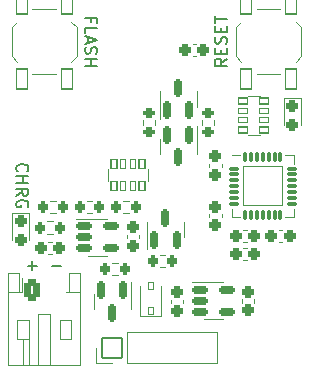
<source format=gto>
%TF.GenerationSoftware,KiCad,Pcbnew,(6.0.0-0)*%
%TF.CreationDate,2022-10-20T15:52:38+11:00*%
%TF.ProjectId,WLED_Controller,574c4544-5f43-46f6-9e74-726f6c6c6572,rev?*%
%TF.SameCoordinates,Original*%
%TF.FileFunction,Legend,Top*%
%TF.FilePolarity,Positive*%
%FSLAX46Y46*%
G04 Gerber Fmt 4.6, Leading zero omitted, Abs format (unit mm)*
G04 Created by KiCad (PCBNEW (6.0.0-0)) date 2022-10-20 15:52:38*
%MOMM*%
%LPD*%
G01*
G04 APERTURE LIST*
G04 Aperture macros list*
%AMRoundRect*
0 Rectangle with rounded corners*
0 $1 Rounding radius*
0 $2 $3 $4 $5 $6 $7 $8 $9 X,Y pos of 4 corners*
0 Add a 4 corners polygon primitive as box body*
4,1,4,$2,$3,$4,$5,$6,$7,$8,$9,$2,$3,0*
0 Add four circle primitives for the rounded corners*
1,1,$1+$1,$2,$3*
1,1,$1+$1,$4,$5*
1,1,$1+$1,$6,$7*
1,1,$1+$1,$8,$9*
0 Add four rect primitives between the rounded corners*
20,1,$1+$1,$2,$3,$4,$5,0*
20,1,$1+$1,$4,$5,$6,$7,0*
20,1,$1+$1,$6,$7,$8,$9,0*
20,1,$1+$1,$8,$9,$2,$3,0*%
G04 Aperture macros list end*
%ADD10C,0.153000*%
%ADD11C,0.120000*%
%ADD12RoundRect,0.050000X-0.400000X-0.250000X0.400000X-0.250000X0.400000X0.250000X-0.400000X0.250000X0*%
%ADD13RoundRect,0.050000X-0.400000X-0.200000X0.400000X-0.200000X0.400000X0.200000X-0.400000X0.200000X0*%
%ADD14RoundRect,0.050000X0.250000X-0.400000X0.250000X0.400000X-0.250000X0.400000X-0.250000X-0.400000X0*%
%ADD15RoundRect,0.050000X0.200000X-0.400000X0.200000X0.400000X-0.200000X0.400000X-0.200000X-0.400000X0*%
%ADD16RoundRect,0.275000X-0.250000X0.225000X-0.250000X-0.225000X0.250000X-0.225000X0.250000X0.225000X0*%
%ADD17RoundRect,0.275000X-0.225000X-0.250000X0.225000X-0.250000X0.225000X0.250000X-0.225000X0.250000X0*%
%ADD18RoundRect,0.250000X-0.275000X0.200000X-0.275000X-0.200000X0.275000X-0.200000X0.275000X0.200000X0*%
%ADD19RoundRect,0.250000X-0.200000X-0.275000X0.200000X-0.275000X0.200000X0.275000X-0.200000X0.275000X0*%
%ADD20RoundRect,0.200000X-0.512500X-0.150000X0.512500X-0.150000X0.512500X0.150000X-0.512500X0.150000X0*%
%ADD21RoundRect,0.275000X0.225000X0.250000X-0.225000X0.250000X-0.225000X-0.250000X0.225000X-0.250000X0*%
%ADD22RoundRect,0.300000X-0.350000X-0.625000X0.350000X-0.625000X0.350000X0.625000X-0.350000X0.625000X0*%
%ADD23O,1.300000X1.850000*%
%ADD24RoundRect,0.275000X0.250000X-0.225000X0.250000X0.225000X-0.250000X0.225000X-0.250000X-0.225000X0*%
%ADD25RoundRect,0.112500X-0.337500X-0.062500X0.337500X-0.062500X0.337500X0.062500X-0.337500X0.062500X0*%
%ADD26RoundRect,0.112500X-0.062500X-0.337500X0.062500X-0.337500X0.062500X0.337500X-0.062500X0.337500X0*%
%ADD27RoundRect,0.050000X-1.675000X-1.675000X1.675000X-1.675000X1.675000X1.675000X-1.675000X1.675000X0*%
%ADD28RoundRect,0.050000X0.225000X-0.300000X0.225000X0.300000X-0.225000X0.300000X-0.225000X-0.300000X0*%
%ADD29RoundRect,0.250000X0.275000X-0.200000X0.275000X0.200000X-0.275000X0.200000X-0.275000X-0.200000X0*%
%ADD30RoundRect,0.050000X0.850000X-0.850000X0.850000X0.850000X-0.850000X0.850000X-0.850000X-0.850000X0*%
%ADD31O,1.800000X1.800000*%
%ADD32RoundRect,0.050000X0.500000X-0.850000X0.500000X0.850000X-0.500000X0.850000X-0.500000X-0.850000X0*%
%ADD33RoundRect,0.268750X-0.256250X0.218750X-0.256250X-0.218750X0.256250X-0.218750X0.256250X0.218750X0*%
%ADD34RoundRect,0.200000X0.150000X-0.587500X0.150000X0.587500X-0.150000X0.587500X-0.150000X-0.587500X0*%
%ADD35RoundRect,0.250000X0.200000X0.275000X-0.200000X0.275000X-0.200000X-0.275000X0.200000X-0.275000X0*%
%ADD36RoundRect,0.050000X-0.500000X0.850000X-0.500000X-0.850000X0.500000X-0.850000X0.500000X0.850000X0*%
%ADD37RoundRect,0.200000X-0.150000X0.587500X-0.150000X-0.587500X0.150000X-0.587500X0.150000X0.587500X0*%
G04 APERTURE END LIST*
D10*
X68452380Y-103952380D02*
X67976190Y-104285714D01*
X68452380Y-104523809D02*
X67452380Y-104523809D01*
X67452380Y-104142857D01*
X67500000Y-104047619D01*
X67547619Y-104000000D01*
X67642857Y-103952380D01*
X67785714Y-103952380D01*
X67880952Y-104000000D01*
X67928571Y-104047619D01*
X67976190Y-104142857D01*
X67976190Y-104523809D01*
X67928571Y-103523809D02*
X67928571Y-103190476D01*
X68452380Y-103047619D02*
X68452380Y-103523809D01*
X67452380Y-103523809D01*
X67452380Y-103047619D01*
X68404761Y-102666666D02*
X68452380Y-102523809D01*
X68452380Y-102285714D01*
X68404761Y-102190476D01*
X68357142Y-102142857D01*
X68261904Y-102095238D01*
X68166666Y-102095238D01*
X68071428Y-102142857D01*
X68023809Y-102190476D01*
X67976190Y-102285714D01*
X67928571Y-102476190D01*
X67880952Y-102571428D01*
X67833333Y-102619047D01*
X67738095Y-102666666D01*
X67642857Y-102666666D01*
X67547619Y-102619047D01*
X67500000Y-102571428D01*
X67452380Y-102476190D01*
X67452380Y-102238095D01*
X67500000Y-102095238D01*
X67928571Y-101666666D02*
X67928571Y-101333333D01*
X68452380Y-101190476D02*
X68452380Y-101666666D01*
X67452380Y-101666666D01*
X67452380Y-101190476D01*
X67452380Y-100904761D02*
X67452380Y-100333333D01*
X68452380Y-100619047D02*
X67452380Y-100619047D01*
X56971428Y-100809523D02*
X56971428Y-100476190D01*
X56447619Y-100476190D02*
X57447619Y-100476190D01*
X57447619Y-100952380D01*
X56447619Y-101809523D02*
X56447619Y-101333333D01*
X57447619Y-101333333D01*
X56733333Y-102095238D02*
X56733333Y-102571428D01*
X56447619Y-102000000D02*
X57447619Y-102333333D01*
X56447619Y-102666666D01*
X56495238Y-102952380D02*
X56447619Y-103095238D01*
X56447619Y-103333333D01*
X56495238Y-103428571D01*
X56542857Y-103476190D01*
X56638095Y-103523809D01*
X56733333Y-103523809D01*
X56828571Y-103476190D01*
X56876190Y-103428571D01*
X56923809Y-103333333D01*
X56971428Y-103142857D01*
X57019047Y-103047619D01*
X57066666Y-103000000D01*
X57161904Y-102952380D01*
X57257142Y-102952380D01*
X57352380Y-103000000D01*
X57400000Y-103047619D01*
X57447619Y-103142857D01*
X57447619Y-103380952D01*
X57400000Y-103523809D01*
X56447619Y-103952380D02*
X57447619Y-103952380D01*
X56971428Y-103952380D02*
X56971428Y-104523809D01*
X56447619Y-104523809D02*
X57447619Y-104523809D01*
X50742857Y-113485714D02*
X50695238Y-113438095D01*
X50647619Y-113295238D01*
X50647619Y-113200000D01*
X50695238Y-113057142D01*
X50790476Y-112961904D01*
X50885714Y-112914285D01*
X51076190Y-112866666D01*
X51219047Y-112866666D01*
X51409523Y-112914285D01*
X51504761Y-112961904D01*
X51600000Y-113057142D01*
X51647619Y-113200000D01*
X51647619Y-113295238D01*
X51600000Y-113438095D01*
X51552380Y-113485714D01*
X50647619Y-113914285D02*
X51647619Y-113914285D01*
X51171428Y-113914285D02*
X51171428Y-114485714D01*
X50647619Y-114485714D02*
X51647619Y-114485714D01*
X50647619Y-115533333D02*
X51123809Y-115200000D01*
X50647619Y-114961904D02*
X51647619Y-114961904D01*
X51647619Y-115342857D01*
X51600000Y-115438095D01*
X51552380Y-115485714D01*
X51457142Y-115533333D01*
X51314285Y-115533333D01*
X51219047Y-115485714D01*
X51171428Y-115438095D01*
X51123809Y-115342857D01*
X51123809Y-114961904D01*
X51600000Y-116485714D02*
X51647619Y-116390476D01*
X51647619Y-116247619D01*
X51600000Y-116104761D01*
X51504761Y-116009523D01*
X51409523Y-115961904D01*
X51219047Y-115914285D01*
X51076190Y-115914285D01*
X50885714Y-115961904D01*
X50790476Y-116009523D01*
X50695238Y-116104761D01*
X50647619Y-116247619D01*
X50647619Y-116342857D01*
X50695238Y-116485714D01*
X50742857Y-116533333D01*
X51076190Y-116533333D01*
X51076190Y-116342857D01*
X51619047Y-121471428D02*
X52380952Y-121471428D01*
X52000000Y-121852380D02*
X52000000Y-121090476D01*
X53619047Y-121471428D02*
X54380952Y-121471428D01*
D11*
X71250000Y-110430000D02*
X70250000Y-110430000D01*
X71250000Y-107070000D02*
X70250000Y-107070000D01*
X61780000Y-113300000D02*
X61780000Y-114300000D01*
X58420000Y-113300000D02*
X58420000Y-114300000D01*
X66990000Y-117109420D02*
X66990000Y-117390580D01*
X68010000Y-117109420D02*
X68010000Y-117390580D01*
X72859420Y-118440000D02*
X73140580Y-118440000D01*
X72859420Y-119460000D02*
X73140580Y-119460000D01*
X69859420Y-121010000D02*
X70140580Y-121010000D01*
X69859420Y-119990000D02*
X70140580Y-119990000D01*
X61327500Y-109125242D02*
X61327500Y-109599758D01*
X62372500Y-109125242D02*
X62372500Y-109599758D01*
X53512742Y-117022500D02*
X53987258Y-117022500D01*
X53512742Y-115977500D02*
X53987258Y-115977500D01*
X59687742Y-115977500D02*
X60162258Y-115977500D01*
X59687742Y-117022500D02*
X60162258Y-117022500D01*
X67350000Y-122890000D02*
X68150000Y-122890000D01*
X67350000Y-126010000D02*
X66550000Y-126010000D01*
X67350000Y-126010000D02*
X68150000Y-126010000D01*
X67350000Y-122890000D02*
X65550000Y-122890000D01*
X65840580Y-102690000D02*
X65559420Y-102690000D01*
X65840580Y-103710000D02*
X65559420Y-103710000D01*
X69740000Y-124309420D02*
X69740000Y-124590580D01*
X70760000Y-124309420D02*
X70760000Y-124590580D01*
X57500000Y-117490000D02*
X58300000Y-117490000D01*
X57500000Y-120610000D02*
X58300000Y-120610000D01*
X57500000Y-117490000D02*
X55700000Y-117490000D01*
X57500000Y-120610000D02*
X56700000Y-120610000D01*
X55140000Y-123690000D02*
X54860000Y-123690000D01*
X50860000Y-122090000D02*
X49940000Y-122090000D01*
X50860000Y-123690000D02*
X50860000Y-122090000D01*
X49940000Y-123690000D02*
X50860000Y-123690000D01*
X52500000Y-129910000D02*
X52500000Y-125550000D01*
X55300000Y-126050000D02*
X55300000Y-127650000D01*
X51140000Y-123690000D02*
X51140000Y-122475000D01*
X51140000Y-123690000D02*
X50860000Y-123690000D01*
X55300000Y-127650000D02*
X54300000Y-127650000D01*
X51200000Y-127650000D02*
X51200000Y-129910000D01*
X49940000Y-122090000D02*
X49940000Y-129910000D01*
X56060000Y-129910000D02*
X56060000Y-122090000D01*
X54300000Y-127650000D02*
X54300000Y-126050000D01*
X50700000Y-127650000D02*
X51700000Y-127650000D01*
X51700000Y-127650000D02*
X51700000Y-129910000D01*
X56060000Y-123690000D02*
X55140000Y-123690000D01*
X51700000Y-126050000D02*
X50700000Y-126050000D01*
X56060000Y-122090000D02*
X55140000Y-122090000D01*
X49940000Y-129910000D02*
X56060000Y-129910000D01*
X52500000Y-125550000D02*
X53500000Y-125550000D01*
X54300000Y-126050000D02*
X55300000Y-126050000D01*
X55140000Y-122090000D02*
X55140000Y-123690000D01*
X53500000Y-125550000D02*
X53500000Y-129910000D01*
X50700000Y-126050000D02*
X50700000Y-127650000D01*
X51700000Y-127650000D02*
X51700000Y-126050000D01*
X61010000Y-119140580D02*
X61010000Y-118859420D01*
X59990000Y-119140580D02*
X59990000Y-118859420D01*
X74110000Y-112140000D02*
X74110000Y-112865000D01*
X68890000Y-117360000D02*
X68890000Y-116635000D01*
X69615000Y-112140000D02*
X68890000Y-112140000D01*
X73385000Y-112140000D02*
X74110000Y-112140000D01*
X74110000Y-117360000D02*
X74110000Y-116635000D01*
X69615000Y-117360000D02*
X68890000Y-117360000D01*
X73385000Y-117360000D02*
X74110000Y-117360000D01*
X62850000Y-125750000D02*
X62850000Y-123200000D01*
X61150000Y-125750000D02*
X62850000Y-125750000D01*
X61150000Y-125750000D02*
X61150000Y-123200000D01*
X67372500Y-109599758D02*
X67372500Y-109125242D01*
X66327500Y-109599758D02*
X66327500Y-109125242D01*
X59970000Y-127070000D02*
X67650000Y-127070000D01*
X59970000Y-129730000D02*
X67650000Y-129730000D01*
X58700000Y-129730000D02*
X57370000Y-129730000D01*
X67650000Y-129730000D02*
X67650000Y-127070000D01*
X57370000Y-129730000D02*
X57370000Y-128400000D01*
X59970000Y-129730000D02*
X59970000Y-127070000D01*
X53359420Y-119440000D02*
X53640580Y-119440000D01*
X53359420Y-120460000D02*
X53640580Y-120460000D01*
X68010000Y-113140580D02*
X68010000Y-112859420D01*
X66990000Y-113140580D02*
X66990000Y-112859420D01*
X52000000Y-105250000D02*
X54000000Y-105250000D01*
X50250000Y-103750000D02*
X50250000Y-101250000D01*
X50700000Y-104200000D02*
X50250000Y-103750000D01*
X55300000Y-100800000D02*
X55750000Y-101250000D01*
X55300000Y-104200000D02*
X55750000Y-103750000D01*
X55750000Y-103750000D02*
X55750000Y-101250000D01*
X50700000Y-100800000D02*
X50250000Y-101250000D01*
X52000000Y-99750000D02*
X54000000Y-99750000D01*
X74735000Y-109550000D02*
X74735000Y-107265000D01*
X74735000Y-107265000D02*
X73265000Y-107265000D01*
X73265000Y-107265000D02*
X73265000Y-109550000D01*
X65910000Y-107362500D02*
X65910000Y-108012500D01*
X62790000Y-107362500D02*
X62790000Y-109037500D01*
X65910000Y-107362500D02*
X65910000Y-106712500D01*
X62790000Y-107362500D02*
X62790000Y-106712500D01*
X51735000Y-117015000D02*
X50265000Y-117015000D01*
X51735000Y-119300000D02*
X51735000Y-117015000D01*
X50265000Y-117015000D02*
X50265000Y-119300000D01*
X64760000Y-124640580D02*
X64760000Y-124359420D01*
X63740000Y-124640580D02*
X63740000Y-124359420D01*
X57074758Y-115977500D02*
X56600242Y-115977500D01*
X57074758Y-117022500D02*
X56600242Y-117022500D01*
X53737258Y-118772500D02*
X53262742Y-118772500D01*
X53737258Y-117727500D02*
X53262742Y-117727500D01*
X62762742Y-121622500D02*
X63237258Y-121622500D01*
X62762742Y-120577500D02*
X63237258Y-120577500D01*
X69700000Y-104200000D02*
X69250000Y-103750000D01*
X74300000Y-100800000D02*
X74750000Y-101250000D01*
X74300000Y-104200000D02*
X74750000Y-103750000D01*
X69700000Y-100800000D02*
X69250000Y-101250000D01*
X73000000Y-105250000D02*
X71000000Y-105250000D01*
X74750000Y-101250000D02*
X74750000Y-103750000D01*
X69250000Y-101250000D02*
X69250000Y-103750000D01*
X73000000Y-99750000D02*
X71000000Y-99750000D01*
X61690000Y-118400000D02*
X61690000Y-117750000D01*
X64810000Y-118400000D02*
X64810000Y-119050000D01*
X64810000Y-118400000D02*
X64810000Y-117750000D01*
X61690000Y-118400000D02*
X61690000Y-120075000D01*
X70140580Y-118440000D02*
X69859420Y-118440000D01*
X70140580Y-119460000D02*
X69859420Y-119460000D01*
X59237258Y-121227500D02*
X58762742Y-121227500D01*
X59237258Y-122272500D02*
X58762742Y-122272500D01*
X60310000Y-124500000D02*
X60310000Y-122825000D01*
X57190000Y-124500000D02*
X57190000Y-125150000D01*
X57190000Y-124500000D02*
X57190000Y-123850000D01*
X60310000Y-124500000D02*
X60310000Y-125150000D01*
X62790000Y-111362500D02*
X62790000Y-110712500D01*
X65910000Y-111362500D02*
X65910000Y-112012500D01*
X65910000Y-111362500D02*
X65910000Y-109687500D01*
X62790000Y-111362500D02*
X62790000Y-112012500D01*
%LPC*%
D12*
X69850000Y-107550000D03*
D13*
X69850000Y-109150000D03*
X69850000Y-108350000D03*
D12*
X69850000Y-109950000D03*
D13*
X71650000Y-108350000D03*
D12*
X71650000Y-107550000D03*
D13*
X71650000Y-109150000D03*
D12*
X71650000Y-109950000D03*
D14*
X58900000Y-114700000D03*
D15*
X60500000Y-114700000D03*
X59700000Y-114700000D03*
D14*
X61300000Y-114700000D03*
D15*
X59700000Y-112900000D03*
D14*
X58900000Y-112900000D03*
D15*
X60500000Y-112900000D03*
D14*
X61300000Y-112900000D03*
D16*
X67500000Y-116475000D03*
X67500000Y-118025000D03*
D17*
X72225000Y-118950000D03*
X73775000Y-118950000D03*
X69225000Y-120500000D03*
X70775000Y-120500000D03*
D18*
X61850000Y-108537500D03*
X61850000Y-110187500D03*
D19*
X52925000Y-116500000D03*
X54575000Y-116500000D03*
X59100000Y-116500000D03*
X60750000Y-116500000D03*
D20*
X66212500Y-123500000D03*
X66212500Y-124450000D03*
X66212500Y-125400000D03*
X68487500Y-125400000D03*
X68487500Y-123500000D03*
D21*
X64925000Y-103200000D03*
X66475000Y-103200000D03*
D16*
X70250000Y-123675000D03*
X70250000Y-125225000D03*
D20*
X56362500Y-118100000D03*
X56362500Y-119050000D03*
X56362500Y-120000000D03*
X58637500Y-120000000D03*
X58637500Y-118100000D03*
D22*
X52000000Y-123550000D03*
D23*
X54000000Y-123550000D03*
D24*
X60500000Y-119775000D03*
X60500000Y-118225000D03*
D25*
X69050000Y-113250000D03*
X69050000Y-113750000D03*
X69050000Y-114250000D03*
X69050000Y-114750000D03*
X69050000Y-115250000D03*
X69050000Y-115750000D03*
X69050000Y-116250000D03*
D26*
X70000000Y-117200000D03*
X70500000Y-117200000D03*
X71000000Y-117200000D03*
X71500000Y-117200000D03*
X72000000Y-117200000D03*
X72500000Y-117200000D03*
X73000000Y-117200000D03*
D25*
X73950000Y-116250000D03*
X73950000Y-115750000D03*
X73950000Y-115250000D03*
X73950000Y-114750000D03*
X73950000Y-114250000D03*
X73950000Y-113750000D03*
X73950000Y-113250000D03*
D26*
X73000000Y-112300000D03*
X72500000Y-112300000D03*
X72000000Y-112300000D03*
X71500000Y-112300000D03*
X71000000Y-112300000D03*
X70500000Y-112300000D03*
X70000000Y-112300000D03*
D27*
X71500000Y-114750000D03*
D28*
X62000000Y-125300000D03*
X62000000Y-123200000D03*
D29*
X66850000Y-110187500D03*
X66850000Y-108537500D03*
D30*
X58700000Y-128400000D03*
D31*
X61240000Y-128400000D03*
X63780000Y-128400000D03*
X66320000Y-128400000D03*
D17*
X52725000Y-119950000D03*
X54275000Y-119950000D03*
D24*
X67500000Y-113775000D03*
X67500000Y-112225000D03*
D32*
X51100000Y-105650000D03*
X51100000Y-99350000D03*
X54900000Y-105650000D03*
X54900000Y-99350000D03*
D33*
X74000000Y-107962500D03*
X74000000Y-109537500D03*
D34*
X63400000Y-108300000D03*
X65300000Y-108300000D03*
X64350000Y-106425000D03*
D33*
X51000000Y-117712500D03*
X51000000Y-119287500D03*
D24*
X64250000Y-125275000D03*
X64250000Y-123725000D03*
D35*
X57662500Y-116500000D03*
X56012500Y-116500000D03*
X54325000Y-118250000D03*
X52675000Y-118250000D03*
D19*
X62175000Y-121100000D03*
X63825000Y-121100000D03*
D36*
X73900000Y-105650000D03*
X73900000Y-99350000D03*
X70100000Y-105650000D03*
X70100000Y-99350000D03*
D34*
X62300000Y-119337500D03*
X64200000Y-119337500D03*
X63250000Y-117462500D03*
D21*
X70775000Y-118950000D03*
X69225000Y-118950000D03*
D35*
X59825000Y-121750000D03*
X58175000Y-121750000D03*
D37*
X59700000Y-123562500D03*
X57800000Y-123562500D03*
X58750000Y-125437500D03*
X65300000Y-110425000D03*
X63400000Y-110425000D03*
X64350000Y-112300000D03*
M02*

</source>
